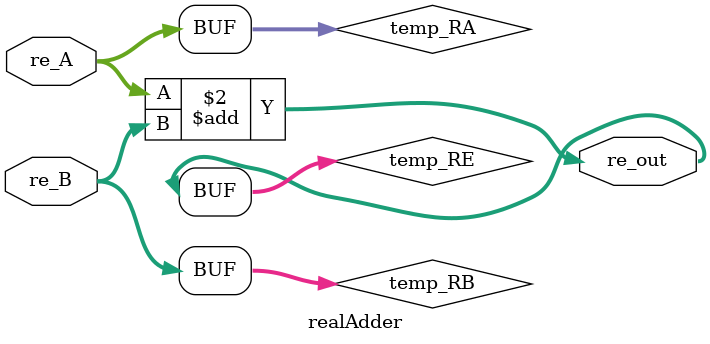
<source format=v>
`timescale 1ns / 1ps
/*	
   ===================================================================
   Module Name  : Real adder
      
   Filename     : realAdder.v
   Type         : Verilog Module
   
   Description  : 
                  real adder with independent buses for real and imaginary parts.
                  Input    :  "DATA_WIDTH" length word in 2's complement representation.
                  Output   :  "DATA_WIDTH" length word in 2's complement representation.
                  
                  Designer must take care of overflow. 
                  We recommend to instantiate a "DATA WIDTH" length adder for "DATA WIDTH-1" length inputs.
                  
   -----------------------------------------------------------------------------
   Clocks      : -
   Reset       : -
   Parameters  :   
         NAME                         Comments                                            Default
         -------------------------------------------------------------------------------------------
         DATA_WIDTH              Number of data bits for inputs and outputs               22 
         -------------------------------------------------------------------------------------------
   Version     : 1.0
   Data        : 14 Nov 2018
   Revision    : -
   Reviser     : -		
   ------------------------------------------------------------------------------
      Modification Log "please register all the modifications in this area"
      (D/M/Y)  
      
   ----------------------
   // Instance template
   ----------------------
   realAdder
   #(
      .DATA_WIDTH    ()
   )
   "MODULE_NAME"
   (
       .re_A      (),
       .re_B      (),
       .re_out    ()
   );
*/


module realAdder
#(
   parameter DATA_WIDTH = 22)
(
    input  [DATA_WIDTH-1 : 0] re_A,
	 input  [DATA_WIDTH-1 : 0] re_B,
    output [DATA_WIDTH-1 : 0] re_out
);
	
	reg signed [DATA_WIDTH -1: 0] temp_RA;
	reg signed [DATA_WIDTH -1: 0] temp_RB;
	
	wire signed [DATA_WIDTH-1: 0] temp_RE;
	
	always@(re_A, re_B)
	begin
		temp_RA = re_A;
		temp_RB = re_B;
	end 
	
	assign temp_RE = temp_RA + temp_RB;
	
	assign re_out = temp_RE;
endmodule

</source>
